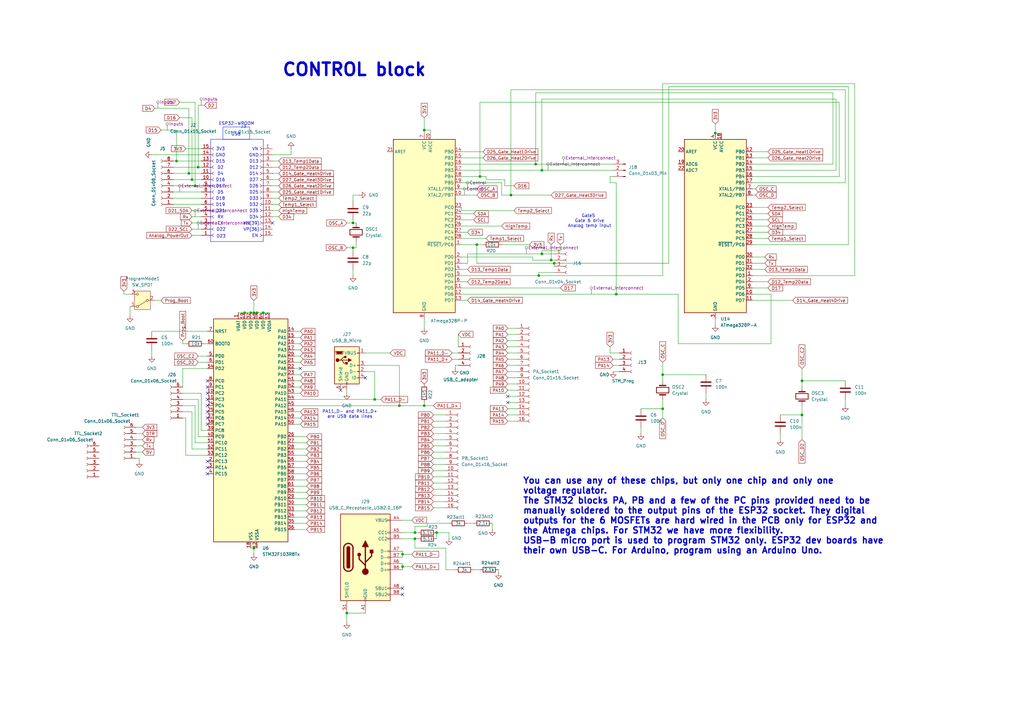
<source format=kicad_sch>
(kicad_sch (version 20250114) (generator "eeschema") (generator_version "9.0")
  (paper "A3")
  (rectangle (start 86.36 57.15) (end 107.95 99.06))
  (rectangle (start 91.44 52.07) (end 102.362 57.15))
  (text "CONTROL block" (at 145.288 28.702 0) (effects (font (size 5.08 5.08) (thickness 1.016) (bold yes))))
  (text "D17" (at 90.424 76.454 0) (effects (font (size 1.27 1.27))))
  (text "D21" (at 90.424 86.614 0) (effects (font (size 1.27 1.27))))
  (text "D25" (at 104.14 78.994 0) (effects (font (size 1.27 1.27))))
  (text "D26" (at 104.14 76.454 0) (effects (font (size 1.27 1.27))))
  (text "EN" (at 104.648 96.774 0) (effects (font (size 1.27 1.27))))
  (text "D22" (at 90.678 94.234 0) (effects (font (size 1.27 1.27))))
  (text "You can use any of these chips, but only one chip and only one\nvoltage regulator.\nThe STM32 blocks PA, PB and a few of the PC pins provided need to be\nmanually soldered to the output pins of the ESP32 socket. They digital\noutputs for the 6 MOSFETs are hard wired in the PCB only for ESP32 and\nthe Atmega chips. For STM32 we have more flexibility.\nUSB-B micro port is used to program STM32 only. ESP32 dev boards have\ntheir own USB-C. For Arduino, program using an Arduino Uno." (at 214.376 211.582 0) (effects (font (size 2.54 2.54) (thickness 0.508) (bold yes)) (justify left)))
  (text "D19" (at 90.424 84.074 0) (effects (font (size 1.27 1.27))))
  (text "GND" (at 104.14 63.754 0) (effects (font (size 1.27 1.27))))
  (text "VP(36)" (at 103.124 94.234 0) (effects (font (size 1.27 1.27))))
  (text "VN" (at 104.648 61.214 0) (effects (font (size 1.27 1.27))))
  (text "D32" (at 104.14 84.074 0) (effects (font (size 1.27 1.27))))
  (text "D35" (at 104.14 86.614 0) (effects (font (size 1.27 1.27))))
  (text "ESP32-WROOM" (at 97.028 50.8 0) (effects (font (size 1.27 1.27))))
  (text "D2" (at 90.424 68.834 0) (effects (font (size 1.27 1.27))))
  (text "TX" (at 90.424 91.694 0) (effects (font (size 1.27 1.27))))
  (text "D14" (at 104.14 71.374 0) (effects (font (size 1.27 1.27))))
  (text "GND" (at 90.424 63.754 0) (effects (font (size 1.27 1.27))))
  (text "PA11_D- and PA11_D+\nare USB data lines" (at 143.51 169.926 0) (effects (font (size 1.27 1.27))))
  (text "D16" (at 90.424 73.914 0) (effects (font (size 1.27 1.27))))
  (text "3V3" (at 90.424 61.214 0) (effects (font (size 1.27 1.27))))
  (text "D15" (at 90.424 66.294 0) (effects (font (size 1.27 1.27))))
  (text "USB" (at 96.774 55.118 0) (effects (font (size 1.27 1.27))))
  (text "VN(39)" (at 103.124 91.694 0) (effects (font (size 1.27 1.27))))
  (text "D5" (at 90.424 78.994 0) (effects (font (size 1.27 1.27))))
  (text "D18" (at 90.424 81.534 0) (effects (font (size 1.27 1.27))))
  (text "D12" (at 104.14 68.834 0) (effects (font (size 1.27 1.27))))
  (text "Gate5 \nGate 6 drive\nAnalog temp input" (at 241.808 90.678 0) (effects (font (size 1.27 1.27))))
  (text "D27" (at 104.14 73.914 0) (effects (font (size 1.27 1.27))))
  (text "RX" (at 90.424 89.154 0) (effects (font (size 1.27 1.27))))
  (text "D4" (at 90.424 71.374 0) (effects (font (size 1.27 1.27))))
  (text "D23" (at 90.678 97.028 0) (effects (font (size 1.27 1.27))))
  (text "D33" (at 104.14 81.534 0) (effects (font (size 1.27 1.27))))
  (text "D13" (at 104.14 66.294 0) (effects (font (size 1.27 1.27))))
  (text "D34" (at 104.14 89.154 0) (effects (font (size 1.27 1.27))))
  (junction (at 293.37 54.61))
  (junction (at 104.14 128.27))
  (junction (at 209.55 80.01))
  (junction (at 144.78 91.44))
  (junction (at 173.99 166.37))
  (junction (at 165.1 232.41))
  (junction (at 271.78 153.67))
  (junction (at 163.83 166.37))
  (junction (at 144.78 101.6))
  (junction (at 105.41 128.27))
  (junction (at 222.25 69.85))
  (junction (at 107.95 128.27))
  (junction (at 165.1 227.33))
  (junction (at 100.33 128.27))
  (junction (at 72.39 66.04))
  (junction (at 328.93 156.21))
  (junction (at 77.47 71.12))
  (junction (at 226.06 106.68))
  (junction (at 195.58 100.33))
  (junction (at 328.93 170.18))
  (junction (at 153.67 163.83))
  (junction (at 104.14 224.79))
  (junction (at 170.18 218.44))
  (junction (at 179.07 218.44))
  (junction (at 271.78 167.64))
  (junction (at 81.28 68.58))
  (junction (at 80.01 76.2))
  (junction (at 196.85 72.39))
  (junction (at 170.18 220.98))
  (junction (at 102.87 128.27))
  (junction (at 220.98 113.03))
  (junction (at 78.74 73.66))
  (junction (at 142.24 251.46))
  (junction (at 227.33 107.95))
  (junction (at 252.73 120.65))
  (junction (at 219.71 67.31))
  (junction (at 222.25 104.14))
  (junction (at 173.99 53.34))
  (no_connect (at 208.28 165.1))
  (no_connect (at 139.7 160.02))
  (no_connect (at 165.1 243.84))
  (no_connect (at 149.86 154.94))
  (no_connect (at 85.09 158.75))
  (no_connect (at 85.09 191.77))
  (no_connect (at 85.09 189.23))
  (no_connect (at 85.09 194.31))
  (no_connect (at 208.28 162.56))
  (no_connect (at 85.09 161.29))
  (no_connect (at 111.76 91.44))
  (no_connect (at 85.09 171.45))
  (no_connect (at 85.09 173.99))
  (no_connect (at 85.09 168.91))
  (no_connect (at 123.19 151.13))
  (no_connect (at 85.09 166.37))
  (no_connect (at 85.09 163.83))
  (no_connect (at 165.1 241.3))
  (no_connect (at 85.09 156.21))
  (wire (pts (xy 195.58 107.95) (xy 195.58 100.33)))
  (wire (pts (xy 209.55 80.01) (xy 226.06 80.01)))
  (wire (pts (xy 308.61 107.95) (xy 313.69 107.95)))
  (wire (pts (xy 347.98 100.33) (xy 308.61 100.33)))
  (wire (pts (xy 80.01 41.91) (xy 80.01 76.2)))
  (wire (pts (xy 220.98 111.76) (xy 227.33 111.76)))
  (wire (pts (xy 308.61 95.25) (xy 314.96 95.25)))
  (wire (pts (xy 212.09 162.56) (xy 208.28 162.56)))
  (wire (pts (xy 189.23 120.65) (xy 252.73 120.65)))
  (wire (pts (xy 142.24 160.02) (xy 142.24 161.29)))
  (wire (pts (xy 274.32 35.56) (xy 347.98 35.56)))
  (wire (pts (xy 271.78 163.83) (xy 271.78 167.64)))
  (wire (pts (xy 104.14 224.79) (xy 104.14 227.33)))
  (wire (pts (xy 308.61 105.41) (xy 313.69 105.41)))
  (wire (pts (xy 120.65 163.83) (xy 153.67 163.83)))
  (wire (pts (xy 222.25 40.64) (xy 342.9 40.64)))
  (wire (pts (xy 189.23 95.25) (xy 191.77 95.25)))
  (wire (pts (xy 209.55 36.83) (xy 346.71 36.83)))
  (wire (pts (xy 111.76 68.58) (xy 114.3 68.58)))
  (wire (pts (xy 81.28 43.18) (xy 81.28 68.58)))
  (wire (pts (xy 62.23 135.89) (xy 85.09 135.89)))
  (wire (pts (xy 177.8 172.72) (xy 182.88 172.72)))
  (wire (pts (xy 189.23 86.36) (xy 210.82 86.36)))
  (wire (pts (xy 222.25 69.85) (xy 222.25 40.64)))
  (wire (pts (xy 177.8 193.04) (xy 182.88 193.04)))
  (wire (pts (xy 78.74 48.26) (xy 78.74 73.66)))
  (wire (pts (xy 210.82 76.2) (xy 207.01 76.2)))
  (wire (pts (xy 274.32 107.95) (xy 274.32 35.56)))
  (wire (pts (xy 252.73 74.93) (xy 250.19 74.93)))
  (wire (pts (xy 63.5 123.19) (xy 66.04 123.19)))
  (wire (pts (xy 189.23 64.77) (xy 198.12 64.77)))
  (wire (pts (xy 251.46 152.4) (xy 254 152.4)))
  (wire (pts (xy 308.61 64.77) (xy 314.96 64.77)))
  (wire (pts (xy 119.38 63.5) (xy 111.76 63.5)))
  (wire (pts (xy 71.12 71.12) (xy 77.47 71.12)))
  (wire (pts (xy 346.71 74.93) (xy 308.61 74.93)))
  (wire (pts (xy 97.79 128.27) (xy 100.33 128.27)))
  (wire (pts (xy 125.73 214.63) (xy 120.65 214.63)))
  (wire (pts (xy 271.78 34.29) (xy 350.52 34.29)))
  (wire (pts (xy 177.8 185.42) (xy 182.88 185.42)))
  (wire (pts (xy 100.33 128.27) (xy 102.87 128.27)))
  (wire (pts (xy 176.53 53.34) (xy 173.99 53.34)))
  (wire (pts (xy 78.74 73.66) (xy 82.55 73.66)))
  (wire (pts (xy 195.58 100.33) (xy 198.12 100.33)))
  (wire (pts (xy 212.09 165.1) (xy 208.28 165.1)))
  (wire (pts (xy 149.86 144.78) (xy 160.02 144.78)))
  (wire (pts (xy 308.61 92.71) (xy 314.96 92.71)))
  (wire (pts (xy 111.76 66.04) (xy 114.3 66.04)))
  (wire (pts (xy 250.19 74.93) (xy 250.19 72.39)))
  (wire (pts (xy 308.61 115.57) (xy 314.96 115.57)))
  (wire (pts (xy 189.23 115.57) (xy 191.77 115.57)))
  (wire (pts (xy 85.09 181.61) (xy 80.01 181.61)))
  (wire (pts (xy 347.98 35.56) (xy 347.98 100.33)))
  (wire (pts (xy 308.61 123.19) (xy 325.12 123.19)))
  (wire (pts (xy 308.61 67.31) (xy 341.63 67.31)))
  (wire (pts (xy 222.25 104.14) (xy 227.33 104.14)))
  (wire (pts (xy 201.93 214.63) (xy 201.93 217.17)))
  (wire (pts (xy 177.8 203.2) (xy 182.88 203.2)))
  (wire (pts (xy 81.28 163.83) (xy 74.93 163.83)))
  (wire (pts (xy 144.78 80.01) (xy 144.78 82.55)))
  (wire (pts (xy 177.8 180.34) (xy 182.88 180.34)))
  (wire (pts (xy 149.86 152.4) (xy 153.67 152.4)))
  (wire (pts (xy 71.12 66.04) (xy 72.39 66.04)))
  (wire (pts (xy 78.74 93.98) (xy 82.55 93.98)))
  (wire (pts (xy 50.8 119.38) (xy 50.8 120.65)))
  (wire (pts (xy 308.61 77.47) (xy 309.88 77.47)))
  (wire (pts (xy 184.15 220.98) (xy 184.15 218.44)))
  (wire (pts (xy 173.99 48.26) (xy 173.99 53.34)))
  (wire (pts (xy 125.73 191.77) (xy 120.65 191.77)))
  (wire (pts (xy 252.73 120.65) (xy 278.13 120.65)))
  (wire (pts (xy 219.71 38.1) (xy 219.71 67.31)))
  (wire (pts (xy 144.78 110.49) (xy 144.78 113.03)))
  (wire (pts (xy 189.23 113.03) (xy 220.98 113.03)))
  (wire (pts (xy 189.23 67.31) (xy 219.71 67.31)))
  (wire (pts (xy 222.25 69.85) (xy 251.46 69.85)))
  (wire (pts (xy 177.8 177.8) (xy 182.88 177.8)))
  (wire (pts (xy 344.17 41.91) (xy 344.17 72.39)))
  (wire (pts (xy 182.88 233.68) (xy 182.88 224.79)))
  (wire (pts (xy 120.65 143.51) (xy 123.19 143.51)))
  (wire (pts (xy 176.53 54.61) (xy 176.53 53.34)))
  (wire (pts (xy 177.8 205.74) (xy 182.88 205.74)))
  (wire (pts (xy 185.42 144.78) (xy 187.96 144.78)))
  (wire (pts (xy 125.73 184.15) (xy 120.65 184.15)))
  (wire (pts (xy 191.77 104.14) (xy 222.25 104.14)))
  (wire (pts (xy 76.2 171.45) (xy 74.93 171.45)))
  (wire (pts (xy 85.09 176.53) (xy 82.55 176.53)))
  (wire (pts (xy 184.15 214.63) (xy 175.26 214.63)))
  (wire (pts (xy 189.23 72.39) (xy 196.85 72.39)))
  (wire (pts (xy 63.5 44.45) (xy 77.47 44.45)))
  (wire (pts (xy 77.47 44.45) (xy 77.47 71.12)))
  (wire (pts (xy 111.76 78.74) (xy 114.3 78.74)))
  (wire (pts (xy 76.2 60.96) (xy 82.55 60.96)))
  (wire (pts (xy 57.15 189.23) (xy 57.15 187.96)))
  (wire (pts (xy 120.65 153.67) (xy 123.19 153.67)))
  (wire (pts (xy 342.9 40.64) (xy 342.9 69.85)))
  (wire (pts (xy 250.19 144.78) (xy 254 144.78)))
  (wire (pts (xy 66.04 53.34) (xy 72.39 53.34)))
  (wire (pts (xy 250.19 142.24) (xy 250.19 144.78)))
  (wire (pts (xy 289.56 161.29) (xy 289.56 163.83)))
  (wire (pts (xy 316.23 120.65) (xy 308.61 120.65)))
  (wire (pts (xy 105.41 128.27) (xy 107.95 128.27)))
  (wire (pts (xy 80.01 76.2) (xy 82.55 76.2)))
  (wire (pts (xy 227.33 107.95) (xy 274.32 107.95)))
  (wire (pts (xy 125.73 207.01) (xy 120.65 207.01)))
  (wire (pts (xy 308.61 87.63) (xy 314.96 87.63)))
  (wire (pts (xy 170.18 218.44) (xy 171.45 218.44)))
  (wire (pts (xy 78.74 96.52) (xy 82.55 96.52)))
  (wire (pts (xy 72.39 66.04) (xy 82.55 66.04)))
  (wire (pts (xy 125.73 189.23) (xy 120.65 189.23)))
  (wire (pts (xy 182.88 224.79) (xy 170.18 224.79)))
  (wire (pts (xy 125.73 212.09) (xy 120.65 212.09)))
  (wire (pts (xy 81.28 148.59) (xy 85.09 148.59)))
  (wire (pts (xy 55.88 182.88) (xy 58.42 182.88)))
  (wire (pts (xy 170.18 220.98) (xy 171.45 220.98)))
  (wire (pts (xy 83.82 43.18) (xy 81.28 43.18)))
  (wire (pts (xy 212.09 142.24) (xy 208.28 142.24)))
  (wire (pts (xy 71.12 78.74) (xy 82.55 78.74)))
  (wire (pts (xy 83.82 140.97) (xy 85.09 140.97)))
  (wire (pts (xy 189.23 87.63) (xy 194.31 87.63)))
  (wire (pts (xy 342.9 69.85) (xy 308.61 69.85)))
  (wire (pts (xy 144.78 91.44) (xy 146.05 91.44)))
  (wire (pts (xy 212.09 149.86) (xy 208.28 149.86)))
  (wire (pts (xy 308.61 62.23) (xy 314.96 62.23)))
  (wire (pts (xy 107.95 128.27) (xy 110.49 128.27)))
  (wire (pts (xy 146.05 101.6) (xy 146.05 99.06)))
  (wire (pts (xy 278.13 120.65) (xy 278.13 140.97)))
  (wire (pts (xy 55.88 177.8) (xy 58.42 177.8)))
  (wire (pts (xy 173.99 165.1) (xy 173.99 166.37)))
  (wire (pts (xy 328.93 151.13) (xy 328.93 156.21)))
  (wire (pts (xy 341.63 67.31) (xy 341.63 38.1)))
  (wire (pts (xy 212.09 154.94) (xy 208.28 154.94)))
  (wire (pts (xy 328.93 166.37) (xy 328.93 170.18)))
  (wire (pts (xy 55.88 175.26) (xy 58.42 175.26)))
  (wire (pts (xy 111.76 76.2) (xy 114.3 76.2)))
  (wire (pts (xy 120.65 161.29) (xy 123.19 161.29)))
  (wire (pts (xy 163.83 166.37) (xy 173.99 166.37)))
  (wire (pts (xy 120.65 148.59) (xy 123.19 148.59)))
  (wire (pts (xy 120.65 166.37) (xy 163.83 166.37)))
  (wire (pts (xy 153.67 152.4) (xy 153.67 163.83)))
  (wire (pts (xy 81.28 68.58) (xy 82.55 68.58)))
  (wire (pts (xy 173.99 130.81) (xy 173.99 134.62)))
  (wire (pts (xy 293.37 54.61) (xy 295.91 54.61)))
  (wire (pts (xy 328.93 156.21) (xy 328.93 158.75)))
  (wire (pts (xy 82.55 161.29) (xy 74.93 161.29)))
  (wire (pts (xy 346.71 36.83) (xy 346.71 74.93)))
  (wire (pts (xy 125.73 217.17) (xy 120.65 217.17)))
  (wire (pts (xy 120.65 140.97) (xy 123.19 140.97)))
  (wire (pts (xy 125.73 186.69) (xy 120.65 186.69)))
  (wire (pts (xy 328.93 170.18) (xy 328.93 180.34)))
  (wire (pts (xy 222.25 102.87) (xy 222.25 104.14)))
  (wire (pts (xy 125.73 196.85) (xy 120.65 196.85)))
  (wire (pts (xy 308.61 97.79) (xy 314.96 97.79)))
  (wire (pts (xy 250.19 72.39) (xy 251.46 72.39)))
  (wire (pts (xy 308.61 90.17) (xy 314.96 90.17)))
  (wire (pts (xy 74.93 140.97) (xy 76.2 140.97)))
  (wire (pts (xy 189.23 69.85) (xy 222.25 69.85)))
  (wire (pts (xy 191.77 104.14) (xy 191.77 107.95)))
  (wire (pts (xy 82.55 176.53) (xy 82.55 161.29)))
  (wire (pts (xy 262.89 175.26) (xy 262.89 177.8)))
  (wire (pts (xy 111.76 81.28) (xy 114.3 81.28)))
  (wire (pts (xy 229.87 102.87) (xy 222.25 102.87)))
  (wire (pts (xy 74.93 151.13) (xy 74.93 158.75)))
  (wire (pts (xy 142.24 101.6) (xy 144.78 101.6)))
  (wire (pts (xy 77.47 71.12) (xy 82.55 71.12)))
  (wire (pts (xy 207.01 76.2) (xy 207.01 73.66)))
  (wire (pts (xy 50.8 120.65) (xy 53.34 120.65)))
  (wire (pts (xy 341.63 38.1) (xy 219.71 38.1)))
  (wire (pts (xy 173.99 166.37) (xy 177.8 166.37)))
  (wire (pts (xy 189.23 92.71) (xy 205.74 92.71)))
  (wire (pts (xy 81.28 179.07) (xy 81.28 163.83)))
  (wire (pts (xy 175.26 215.9) (xy 170.18 215.9)))
  (wire (pts (xy 189.23 90.17) (xy 194.31 90.17)))
  (wire (pts (xy 120.65 138.43) (xy 123.19 138.43)))
  (wire (pts (xy 194.31 233.68) (xy 196.85 233.68)))
  (wire (pts (xy 120.65 135.89) (xy 123.19 135.89)))
  (wire (pts (xy 212.09 147.32) (xy 208.28 147.32)))
  (wire (pts (xy 165.1 226.06) (xy 165.1 227.33)))
  (wire (pts (xy 62.23 143.51) (xy 62.23 146.05)))
  (wire (pts (xy 271.78 153.67) (xy 271.78 156.21)))
  (wire (pts (xy 185.42 147.32) (xy 187.96 147.32)))
  (wire (pts (xy 179.07 218.44) (xy 179.07 220.98)))
  (wire (pts (xy 195.58 107.95) (xy 227.33 107.95)))
  (wire (pts (xy 308.61 80.01) (xy 309.88 80.01)))
  (wire (pts (xy 251.46 147.32) (xy 254 147.32)))
  (wire (pts (xy 78.74 86.36) (xy 82.55 86.36)))
  (wire (pts (xy 177.8 170.18) (xy 182.88 170.18)))
  (wire (pts (xy 71.12 68.58) (xy 81.28 68.58)))
  (wire (pts (xy 165.1 232.41) (xy 165.1 233.68)))
  (wire (pts (xy 177.8 200.66) (xy 182.88 200.66)))
  (wire (pts (xy 57.15 187.96) (xy 55.88 187.96)))
  (wire (pts (xy 227.33 107.95) (xy 227.33 109.22)))
  (wire (pts (xy 147.32 80.01) (xy 144.78 80.01)))
  (wire (pts (xy 177.8 190.5) (xy 182.88 190.5)))
  (wire (pts (xy 71.12 83.82) (xy 82.55 83.82)))
  (wire (pts (xy 125.73 201.93) (xy 120.65 201.93)))
  (wire (pts (xy 125.73 204.47) (xy 120.65 204.47)))
  (wire (pts (xy 170.18 224.79) (xy 170.18 220.98)))
  (wire (pts (xy 186.69 233.68) (xy 182.88 233.68)))
  (wire (pts (xy 111.76 71.12) (xy 114.3 71.12)))
  (wire (pts (xy 120.65 156.21) (xy 123.19 156.21)))
  (wire (pts (xy 189.23 105.41) (xy 218.44 105.41)))
  (wire (pts (xy 153.67 163.83) (xy 156.21 163.83)))
  (wire (pts (xy 76.2 186.69) (xy 76.2 171.45)))
  (wire (pts (xy 177.8 195.58) (xy 182.88 195.58)))
  (wire (pts (xy 251.46 149.86) (xy 254 149.86)))
  (wire (pts (xy 271.78 113.03) (xy 271.78 34.29)))
  (wire (pts (xy 177.8 182.88) (xy 182.88 182.88)))
  (wire (pts (xy 212.09 157.48) (xy 208.28 157.48)))
  (wire (pts (xy 208.28 172.72) (xy 212.09 172.72)))
  (wire (pts (xy 144.78 101.6) (xy 146.05 101.6)))
  (wire (pts (xy 350.52 113.03) (xy 308.61 113.03)))
  (wire (pts (xy 177.8 198.12) (xy 182.88 198.12)))
  (wire (pts (xy 189.23 77.47) (xy 195.58 77.47)))
  (wire (pts (xy 78.74 168.91) (xy 74.93 168.91)))
  (wire (pts (xy 125.73 194.31) (xy 120.65 194.31)))
  (wire (pts (xy 71.12 81.28) (xy 82.55 81.28)))
  (wire (pts (xy 271.78 167.64) (xy 271.78 171.45)))
  (wire (pts (xy 165.1 232.41) (xy 168.91 232.41)))
  (wire (pts (xy 163.83 149.86) (xy 163.83 166.37)))
  (wire (pts (xy 111.76 73.66) (xy 114.3 73.66)))
  (wire (pts (xy 189.23 110.49) (xy 191.77 110.49)))
  (wire (pts (xy 177.8 175.26) (xy 182.88 175.26)))
  (wire (pts (xy 102.87 224.79) (xy 104.14 224.79)))
  (wire (pts (xy 85.09 186.69) (xy 76.2 186.69)))
  (wire (pts (xy 186.69 149.86) (xy 186.69 151.13)))
  (wire (pts (xy 120.65 171.45) (xy 123.19 171.45)))
  (wire (pts (xy 120.65 168.91) (xy 123.19 168.91)))
  (wire (pts (xy 350.52 34.29) (xy 350.52 113.03)))
  (wire (pts (xy 71.12 76.2) (xy 80.01 76.2)))
  (wire (pts (xy 196.85 41.91) (xy 196.85 72.39)))
  (wire (pts (xy 111.76 83.82) (xy 114.3 83.82)))
  (wire (pts (xy 165.1 218.44) (xy 170.18 218.44)))
  (wire (pts (xy 226.06 106.68) (xy 227.33 106.68)))
  (wire (pts (xy 271.78 153.67) (xy 289.56 153.67)))
  (wire (pts (xy 205.74 100.33) (xy 217.17 100.33)))
  (wire (pts (xy 73.66 41.91) (xy 80.01 41.91)))
  (wire (pts (xy 252.73 120.65) (xy 252.73 74.93)))
  (wire (pts (xy 165.1 220.98) (xy 170.18 220.98)))
  (wire (pts (xy 187.96 149.86) (xy 186.69 149.86)))
  (wire (pts (xy 308.61 118.11) (xy 314.96 118.11)))
  (wire (pts (xy 119.38 60.96) (xy 119.38 63.5)))
  (wire (pts (xy 142.24 91.44) (xy 144.78 91.44)))
  (wire (pts (xy 175.26 214.63) (xy 175.26 215.9)))
  (wire (pts (xy 308.61 110.49) (xy 313.69 110.49)))
  (wire (pts (xy 189.23 86.36) (xy 189.23 85.09)))
  (wire (pts (xy 205.74 74.93) (xy 189.23 74.93)))
  (wire (pts (xy 85.09 151.13) (xy 74.93 151.13)))
  (wire (pts (xy 80.01 181.61) (xy 80.01 166.37)))
  (wire (pts (xy 111.76 86.36) (xy 114.3 86.36)))
  (wire (pts (xy 316.23 140.97) (xy 316.23 120.65)))
  (wire (pts (xy 189.23 80.01) (xy 195.58 80.01)))
  (wire (pts (xy 165.1 213.36) (xy 168.91 213.36)))
  (wire (pts (xy 328.93 156.21) (xy 346.71 156.21)))
  (wire (pts (xy 209.55 80.01) (xy 209.55 36.83)))
  (wire (pts (xy 85.09 184.15) (xy 78.74 184.15)))
  (wire (pts (xy 212.09 160.02) (xy 208.28 160.02)))
  (wire (pts (xy 278.13 140.97) (xy 316.23 140.97)))
  (wire (pts (xy 78.74 91.44) (xy 82.55 91.44)))
  (wire (pts (xy 73.66 48.26) (xy 78.74 48.26)))
  (wire (pts (xy 320.04 177.8) (xy 320.04 180.34)))
  (wire (pts (xy 346.71 163.83) (xy 346.71 166.37)))
  (wire (pts (xy 125.73 199.39) (xy 120.65 199.39)))
  (wire (pts (xy 212.09 152.4) (xy 208.28 152.4)))
  (wire (pts (xy 144.78 101.6) (xy 144.78 102.87)))
  (wire (pts (xy 271.78 148.59) (xy 271.78 153.67)))
  (wire (pts (xy 53.34 125.73) (xy 53.34 129.54)))
  (wire (pts (xy 177.8 208.28) (xy 182.88 208.28)))
  (wire (pts (xy 144.78 90.17) (xy 144.78 91.44)))
  (wire (pts (xy 81.28 146.05) (xy 85.09 146.05)))
  (wire (pts (xy 62.23 63.5) (xy 82.55 63.5)))
  (wire (pts (xy 220.98 113.03) (xy 271.78 113.03)))
  (wire (pts (xy 199.39 73.66) (xy 199.39 72.39)))
  (wire (pts (xy 55.88 185.42) (xy 58.42 185.42)))
  (wire (pts (xy 78.74 184.15) (xy 78.74 168.91)))
  (wire (pts (xy 72.39 53.34) (xy 72.39 66.04)))
  (wire (pts (xy 120.65 151.13) (xy 123.19 151.13)))
  (wire (pts (xy 218.44 106.68) (xy 226.06 106.68)))
  (wire (pts (xy 104.14 224.79) (xy 105.41 224.79)))
  (wire (pts (xy 219.71 67.31) (xy 251.46 67.31)))
  (wire (pts (xy 187.96 137.16) (xy 187.96 142.24)))
  (wire (pts (xy 142.24 251.46) (xy 149.86 251.46)))
  (wire (pts (xy 177.8 187.96) (xy 182.88 187.96)))
  (wire (pts (xy 104.14 128.27) (xy 105.41 128.27)))
  (wire (pts (xy 142.24 251.46) (xy 142.24 255.27)))
  (wire (pts (xy 212.09 139.7) (xy 208.28 139.7)))
  (wire (pts (xy 262.89 167.64) (xy 271.78 167.64)))
  (wire (pts (xy 205.74 80.01) (xy 205.74 74.93)))
  (wire (pts (xy 165.1 231.14) (xy 165.1 232.41)))
  (wire (pts (xy 229.87 100.33) (xy 229.87 102.87)))
  (wire (pts (xy 120.65 158.75) (xy 123.19 158.75)))
  (wire (pts (xy 212.09 144.78) (xy 208.28 144.78)))
  (wire (pts (xy 111.76 88.9) (xy 114.3 88.9)))
  (wire (pts (xy 205.74 80.01) (xy 209.55 80.01)))
  (wire (pts (xy 165.1 227.33) (xy 168.91 227.33)))
  (wire (pts (xy 189.23 107.95) (xy 191.77 107.95)))
  (wire (pts (xy 208.28 170.18) (xy 212.09 170.18)))
  (wire (pts (xy 184.15 218.44) (xy 179.07 218.44)))
  (wire (pts (xy 71.12 73.66) (xy 78.74 73.66)))
  (wire (pts (xy 125.73 181.61) (xy 120.65 181.61)))
  (wire (pts (xy 212.09 134.62) (xy 208.28 134.62)))
  (wire (pts (xy 293.37 130.81) (xy 293.37 133.35)))
  (wire (pts (xy 165.1 227.33) (xy 165.1 228.6)))
  (wire (pts (xy 189.23 100.33) (xy 195.58 100.33)))
  (wire (pts (xy 80.01 166.37) (xy 74.93 166.37)))
  (wire (pts (xy 120.65 173.99) (xy 123.19 173.99)))
  (wire (pts (xy 74.93 139.7) (xy 74.93 140.97)))
  (wire (pts (xy 320.04 170.18) (xy 328.93 170.18)))
  (wire (pts (xy 293.37 50.8) (xy 293.37 54.61)))
  (wire (pts (xy 226.06 100.33) (xy 226.06 106.68)))
  (wire (pts (xy 78.74 88.9) (xy 82.55 88.9)))
  (wire (pts (xy 170.18 215.9) (xy 170.18 218.44)))
  (wire (pts (xy 149.86 149.86) (xy 163.83 149.86)))
  (wire (pts (xy 189.23 97.79) (xy 199.39 97.79)))
  (wire (pts (xy 189.23 62.23) (xy 198.12 62.23)))
  (wire (pts (xy 212.09 137.16) (xy 208.28 137.16)))
  (wire (pts (xy 218.44 106.68) (xy 218.44 105.41)))
  (wire (pts (xy 308.61 72.39) (xy 344.17 72.39)))
  (wire (pts (xy 344.17 41.91) (xy 196.85 41.91)))
  (wire (pts (xy 173.99 53.34) (xy 173.99 54.61)))
  (wire (pts (xy 85.09 179.07) (xy 81.28 179.07)))
  (wire (pts (xy 220.98 113.03) (xy 220.98 111.76)))
  (wire (pts (xy 125.73 209.55) (xy 120.65 209.55)))
  (wire (pts (xy 196.85 72.39) (xy 199.39 72.39)))
  (wire (pts (xy 120.65 146.05) (xy 123.19 146.05)))
  (wire (pts (xy 208.28 167.64) (xy 212.09 167.64)))
  (wire (pts (xy 189.23 118.11) (xy 229.87 118.11)))
  (wire (pts (xy 204.47 233.68) (xy 204.47 234.95)))
  (wire (pts (xy 191.77 214.63) (xy 194.31 214.63)))
  (wire (pts (xy 207.01 73.66) (xy 199.39 73.66)))
  (wire (pts (xy 189.23 123.19) (xy 191.77 123.19)))
  (wire (pts (xy 102.87 128.27) (xy 104.14 128.27)))
  (wire (pts (xy 308.61 85.09) (xy 314.96 85.09)))
  (wire (pts (xy 125.73 179.07) (xy 120.65 179.07)))
  (wire (pts (xy 55.88 180.34) (xy 58.42 180.34)))
  (wire (pts (xy 104.14 123.19) (xy 104.14 128.27)))
  (global_label "Tx" (shape input) (at 313.69 107.95 0) (property "Intersheetrefs" "${INTERSHEET_REFS}" (effects (hide yes))))
  (global_label "PA0" (shape input) (at 208.28 134.62 180) (property "Intersheetrefs" "${INTERSHEET_REFS}" (effects (hide yes))))
  (global_label "PA11_D-" (shape input) (at 168.91 227.33 0) (property "Intersheetrefs" "${INTERSHEET_REFS}" (effects (hide yes))))
  (global_label "OSC_B" (shape input) (at 195.58 80.01 0) (property "Intersheetrefs" "${INTERSHEET_REFS}" (effects (hide yes))))
  (global_label "D4" (shape input) (at 63.5 44.45 180) (effects (font (thickness 0.1588))) (property "Intersheetrefs" "${INTERSHEET_REFS}" (effects (hide yes))))
  (global_label "PA7" (shape input) (at 208.28 152.4 180) (property "Intersheetrefs" "${INTERSHEET_REFS}" (effects (hide yes))))
  (global_label "PA7" (shape input) (at 123.19 153.67 0) (property "Intersheetrefs" "${INTERSHEET_REFS}" (effects (hide yes))))
  (global_label "PB8" (shape input) (at 177.8 190.5 180) (property "Intersheetrefs" "${INTERSHEET_REFS}" (effects (hide yes))))
  (global_label "PA14" (shape input) (at 251.46 149.86 180) (property "Intersheetrefs" "${INTERSHEET_REFS}" (effects (hide yes))))
  (global_label "OSC_C2" (shape input) (at 328.93 151.13 90) (property "Intersheetrefs" "${INTERSHEET_REFS}" (effects (hide yes))))
  (global_label "PB0" (shape input) (at 125.73 179.07 0) (property "Intersheetrefs" "${INTERSHEET_REFS}" (effects (hide yes))))
  (global_label "PB4" (shape input) (at 125.73 189.23 0) (property "Intersheetrefs" "${INTERSHEET_REFS}" (effects (hide yes))))
  (global_label "OSC_B" (shape input) (at 142.24 101.6 180) (property "Intersheetrefs" "${INTERSHEET_REFS}" (effects (hide yes))))
  (global_label "D12_Temp2Data" (shape input) (at 314.96 115.57 0) (property "Intersheetrefs" "${INTERSHEET_REFS}" (effects (hide yes))))
  (global_label "HighTemp" (shape input) (at 114.3 86.36 0) (property "Intersheetrefs" "${INTERSHEET_REFS}" (effects (hide yes))))
  (global_label "PA9" (shape input) (at 208.28 157.48 180) (property "Intersheetrefs" "${INTERSHEET_REFS}" (effects (hide yes))))
  (global_label "PA1" (shape input) (at 123.19 138.43 0) (property "Intersheetrefs" "${INTERSHEET_REFS}" (effects (hide yes))))
  (global_label "D16" (shape input) (at 210.82 76.2 0) (effects (font (thickness 0.1588))) (property "Intersheetrefs" "${INTERSHEET_REFS}" (effects (hide yes))))
  (global_label "PB3" (shape input) (at 125.73 186.69 0) (property "Intersheetrefs" "${INTERSHEET_REFS}" (effects (hide yes))))
  (global_label "D13_Temp1Data" (shape input) (at 313.69 110.49 0) (property "Intersheetrefs" "${INTERSHEET_REFS}" (effects (hide yes))))
  (global_label "OSC_D2" (shape input) (at 81.28 148.59 180) (property "Intersheetrefs" "${INTERSHEET_REFS}" (effects (hide yes))))
  (global_label "PA5" (shape input) (at 208.28 147.32 180) (property "Intersheetrefs" "${INTERSHEET_REFS}" (effects (hide yes))))
  (global_label "PB2" (shape input) (at 125.73 184.15 0) (property "Intersheetrefs" "${INTERSHEET_REFS}" (effects (hide yes))))
  (global_label "Temp2_Select" (shape input) (at 210.82 86.36 0) (property "Intersheetrefs" "${INTERSHEET_REFS}" (effects (hide yes))))
  (global_label "PB14" (shape input) (at 125.73 214.63 0) (property "Intersheetrefs" "${INTERSHEET_REFS}" (effects (hide yes))))
  (global_label "Prog_Boot" (shape input) (at 66.04 123.19 0) (property "Intersheetrefs" "${INTERSHEET_REFS}" (effects (hide yes))))
  (global_label "PB11" (shape input) (at 177.8 198.12 180) (property "Intersheetrefs" "${INTERSHEET_REFS}" (effects (hide yes))))
  (global_label "PB8" (shape input) (at 125.73 199.39 0) (property "Intersheetrefs" "${INTERSHEET_REFS}" (effects (hide yes))))
  (global_label "PB13" (shape input) (at 177.8 203.2 180) (property "Intersheetrefs" "${INTERSHEET_REFS}" (effects (hide yes))))
  (global_label "D17" (shape input) (at 229.87 118.11 0) (effects (font (thickness 0.1588))) (property "Intersheetrefs" "${INTERSHEET_REFS}" (effects (hide yes))))
  (global_label "D25_Gate_Heat1Drive" (shape input) (at 114.3 78.74 0) (effects (font (thickness 0.1588))) (property "Intersheetrefs" "${INTERSHEET_REFS}" (effects (hide yes))))
  (global_label "PB12" (shape input) (at 125.73 209.55 0) (property "Intersheetrefs" "${INTERSHEET_REFS}" (effects (hide yes))))
  (global_label "PA14" (shape input) (at 123.19 171.45 0) (property "Intersheetrefs" "${INTERSHEET_REFS}" (effects (hide yes))))
  (global_label "Prog_Boot" (shape input) (at 74.93 139.7 90) (property "Intersheetrefs" "${INTERSHEET_REFS}" (effects (hide yes))))
  (global_label "PB9" (shape input) (at 125.73 201.93 0) (property "Intersheetrefs" "${INTERSHEET_REFS}" (effects (hide yes))))
  (global_label "VDC" (shape input) (at 160.02 144.78 0) (property "Intersheetrefs" "${INTERSHEET_REFS}" (effects (hide yes))))
  (global_label "HighTemp" (shape input) (at 205.74 92.71 0) (property "Intersheetrefs" "${INTERSHEET_REFS}" (effects (hide yes))))
  (global_label "D25_Gate_Heat1Drive" (shape input) (at 314.96 62.23 0) (property "Intersheetrefs" "${INTERSHEET_REFS}" (effects (hide yes))))
  (global_label "3V3" (shape input) (at 50.8 119.38 90) (effects (font (thickness 0.1588))) (property "Intersheetrefs" "${INTERSHEET_REFS}" (effects (hide yes))))
  (global_label "D16" (shape input) (at 73.66 48.26 180) (effects (font (thickness 0.1588))) (property "Intersheetrefs" "${INTERSHEET_REFS}" (effects (hide yes))))
  (global_label "OSC_D" (shape input) (at 309.88 80.01 0) (property "Intersheetrefs" "${INTERSHEET_REFS}" (effects (hide yes))))
  (global_label "D25_Gate_Heat1Drive" (shape input) (at 198.12 62.23 0) (property "Intersheetrefs" "${INTERSHEET_REFS}" (effects (hide yes))))
  (global_label "D22_SCL" (shape input) (at 78.74 93.98 180) (property "Intersheetrefs" "${INTERSHEET_REFS}" (effects (hide yes))))
  (global_label "OSC_A" (shape input) (at 195.58 77.47 0) (property "Intersheetrefs" "${INTERSHEET_REFS}" (effects (hide yes))))
  (global_label "Rx" (shape input) (at 226.06 100.33 90) (property "Intersheetrefs" "${INTERSHEET_REFS}" (effects (hide yes))))
  (global_label "PA11_D+" (shape input) (at 168.91 232.41 0) (property "Intersheetrefs" "${INTERSHEET_REFS}" (effects (hide yes))))
  (global_label "OSC_C" (shape input) (at 309.88 77.47 0) (property "Intersheetrefs" "${INTERSHEET_REFS}" (effects (hide yes))))
  (global_label "D14_Gate_Heat4Drive" (shape input) (at 325.12 123.19 0) (effects (font (thickness 0.1588))) (property "Intersheetrefs" "${INTERSHEET_REFS}" (effects (hide yes))))
  (global_label "PB0" (shape input) (at 177.8 170.18 180) (property "Intersheetrefs" "${INTERSHEET_REFS}" (effects (hide yes))))
  (global_label "3V3" (shape input) (at 58.42 175.26 0) (property "Intersheetrefs" "${INTERSHEET_REFS}" (effects (hide yes))))
  (global_label "PB3" (shape input) (at 177.8 177.8 180) (property "Intersheetrefs" "${INTERSHEET_REFS}" (effects (hide yes))))
  (global_label "PA5" (shape input) (at 123.19 148.59 0) (property "Intersheetrefs" "${INTERSHEET_REFS}" (effects (hide yes))))
  (global_label "PA3" (shape input) (at 208.28 142.24 180) (property "Intersheetrefs" "${INTERSHEET_REFS}" (effects (hide yes))))
  (global_label "PA11_D-" (shape input) (at 156.21 163.83 0) (property "Intersheetrefs" "${INTERSHEET_REFS}" (effects (hide yes))))
  (global_label "3V3" (shape input) (at 173.99 48.26 90) (property "Intersheetrefs" "${INTERSHEET_REFS}" (effects (hide yes))))
  (global_label "3V3" (shape input) (at 173.99 157.48 90) (effects (font (thickness 0.1588))) (property "Intersheetrefs" "${INTERSHEET_REFS}" (effects (hide yes))))
  (global_label "PA6" (shape input) (at 208.28 149.86 180) (property "Intersheetrefs" "${INTERSHEET_REFS}" (effects (hide yes))))
  (global_label "3V3" (shape input) (at 250.19 142.24 90) (effects (font (thickness 0.1588))) (property "Intersheetrefs" "${INTERSHEET_REFS}" (effects (hide yes))))
  (global_label "Temp1_Select" (shape input) (at 199.39 97.79 0) (property "Intersheetrefs" "${INTERSHEET_REFS}" (effects (hide yes))))
  (global_label "D26_Gate_Heat2Drive" (shape input) (at 314.96 64.77 0) (property "Intersheetrefs" "${INTERSHEET_REFS}" (effects (hide yes))))
  (global_label "Temp1_Select" (shape input) (at 314.96 97.79 0) (property "Intersheetrefs" "${INTERSHEET_REFS}" (effects (hide yes))))
  (global_label "Rx" (shape input) (at 58.42 180.34 0) (property "Intersheetrefs" "${INTERSHEET_REFS}" (effects (hide yes))))
  (global_label "PA11_D-" (shape input) (at 185.42 144.78 180) (property "Intersheetrefs" "${INTERSHEET_REFS}" (effects (hide yes))))
  (global_label "PB14" (shape input) (at 177.8 205.74 180) (property "Intersheetrefs" "${INTERSHEET_REFS}" (effects (hide yes))))
  (global_label "SDA" (shape input) (at 194.31 87.63 0) (property "Intersheetrefs" "${INTERSHEET_REFS}" (effects (hide yes))))
  (global_label "D17" (shape input) (at 314.96 118.11 0) (effects (font (thickness 0.1588))) (property "Intersheetrefs" "${INTERSHEET_REFS}" (effects (hide yes))))
  (global_label "D14_Gate_Heat4Drive" (shape input) (at 114.3 71.12 0) (effects (font (thickness 0.1588))) (property "Intersheetrefs" "${INTERSHEET_REFS}" (effects (hide yes))))
  (global_label "OSC_D2" (shape input) (at 328.93 180.34 270) (property "Intersheetrefs" "${INTERSHEET_REFS}" (effects (hide yes))))
  (global_label "PB10" (shape input) (at 177.8 195.58 180) (property "Intersheetrefs" "${INTERSHEET_REFS}" (effects (hide yes))))
  (global_label "PB6" (shape input) (at 125.73 194.31 0) (property "Intersheetrefs" "${INTERSHEET_REFS}" (effects (hide yes))))
  (global_label "Temp2_Select" (shape input) (at 114.3 81.28 0) (property "Intersheetrefs" "${INTERSHEET_REFS}" (effects (hide yes))))
  (global_label "5V" (shape input) (at 58.42 185.42 0) (property "Intersheetrefs" "${INTERSHEET_REFS}" (effects (hide yes))))
  (global_label "PB4" (shape input) (at 177.8 180.34 180) (property "Intersheetrefs" "${INTERSHEET_REFS}" (effects (hide yes))))
  (global_label "D27_Gate_Heat3Drive" (shape input) (at 226.06 80.01 0) (property "Intersheetrefs" "${INTERSHEET_REFS}" (effects (hide yes))))
  (global_label "3V3" (shape input) (at 293.37 50.8 90) (property "Intersheetrefs" "${INTERSHEET_REFS}" (effects (hide yes))))
  (global_label "PA9" (shape input) (at 123.19 158.75 0) (property "Intersheetrefs" "${INTERSHEET_REFS}" (effects (hide yes))))
  (global_label "OSC_C" (shape input) (at 271.78 148.59 90) (property "Intersheetrefs" "${INTERSHEET_REFS}" (effects (hide yes))))
  (global_label "PA14" (shape input) (at 208.28 170.18 180) (property "Intersheetrefs" "${INTERSHEET_REFS}" (effects (hide yes))))
  (global_label "PB1" (shape input) (at 177.8 172.72 180) (property "Intersheetrefs" "${INTERSHEET_REFS}" (effects (hide yes))))
  (global_label "D2" (shape input) (at 83.82 43.18 0) (effects (font (thickness 0.1588))) (property "Intersheetrefs" "${INTERSHEET_REFS}" (effects (hide yes))))
  (global_label "PA10" (shape input) (at 123.19 161.29 0) (property "Intersheetrefs" "${INTERSHEET_REFS}" (effects (hide yes))))
  (global_label "Analog_PowerOut" (shape input) (at 78.74 96.52 180) (property "Intersheetrefs" "${INTERSHEET_REFS}" (effects (hide yes))))
  (global_label "PA3" (shape input) (at 123.19 143.51 0) (property "Intersheetrefs" "${INTERSHEET_REFS}" (effects (hide yes))))
  (global_label "Tx" (shape input) (at 229.87 100.33 90) (property "Intersheetrefs" "${INTERSHEET_REFS}" (effects (hide yes))))
  (global_label "PA2" (shape input) (at 208.28 139.7 180) (property "Intersheetrefs" "${INTERSHEET_REFS}" (effects (hide yes))))
  (global_label "D21_SDA" (shape input) (at 78.74 86.36 180) (property "Intersheetrefs" "${INTERSHEET_REFS}" (effects (hide yes))))
  (global_label "SCL" (shape input) (at 314.96 90.17 0) (property "Intersheetrefs" "${INTERSHEET_REFS}" (effects (hide yes))))
  (global_label "SDA" (shape input) (at 314.96 87.63 0) (property "Intersheetrefs" "${INTERSHEET_REFS}" (effects (hide yes))))
  (global_label "3V3" (shape input) (at 104.14 123.19 90) (effects (font (thickness 0.1588))) (property "Intersheetrefs" "${INTERSHEET_REFS}" (effects (hide yes))))
  (global_label "PA1" (shape input) (at 208.28 137.16 180) (property "Intersheetrefs" "${INTERSHEET_REFS}" (effects (hide yes))))
  (global_label "D13_Temp1Data" (shape input) (at 191.77 110.49 0) (property "Intersheetrefs" "${INTERSHEET_REFS}" (effects (hide yes))))
  (global_label "PB6" (shape input) (at 177.8 185.42 180) (property "Intersheetrefs" "${INTERSHEET_REFS}" (effects (hide yes))))
  (global_label "D13_Temp1Data" (shape input) (at 114.3 66.04 0) (property "Intersheetrefs" "${INTERSHEET_REFS}" (effects (hide yes))))
  (global_label "PB13" (shape input) (at 125.73 212.09 0) (property "Intersheetrefs" "${INTERSHEET_REFS}" (effects (hide yes))))
  (global_label "D27_Gate_Heat3Drive" (shape input) (at 114.3 73.66 0) (effects (font (thickness 0.1588))) (property "Intersheetrefs" "${INTERSHEET_REFS}" (effects (hide yes))))
  (global_label "PB2" (shape input) (at 177.8 175.26 180) (property "Intersheetrefs" "${INTERSHEET_REFS}" (effects (hide yes))))
  (global_label "Tx" (shape input) (at 78.74 91.44 180) (property "Intersheetrefs" "${INTERSHEET_REFS}" (effects (hide yes))))
  (global_label "Rx" (shape input) (at 313.69 105.41 0) (property "Intersheetrefs" "${INTERSHEET_REFS}" (effects (hide yes))))
  (global_label "PA13" (shape input) (at 208.28 167.64 180) (property "Intersheetrefs" "${INTERSHEET_REFS}" (effects (hide yes))))
  (global_label "Temp2_Select" (shape input) (at 314.96 85.09 0) (property "Intersheetrefs" "${INTERSHEET_REFS}" (effects (hide yes))))
  (global_label "PB9" (shape input) (at 177.8 193.04 180) (property "Intersheetrefs" "${INTERSHEET_REFS}" (effects (hide yes))))
  (global_label "PA8" (shape input) (at 123.19 156.21 0) (property "Intersheetrefs" "${INTERSHEET_REFS}" (effects (hide yes))))
  (global_label "PB1" (shape input) (at 125.73 181.61 0) (property "Intersheetrefs" "${INTERSHEET_REFS}" (effects (hide yes))))
  (global_label "D26_Gate_Heat2Drive" (shape input) (at 198.12 64.77 0) (property "Intersheetrefs" "${INTERSHEET_REFS}" (effects (hide yes))))
  (global_label "PB15" (shape input) (at 125.73 217.17 0) (property "Intersheetrefs" "${INTERSHEET_REFS}" (effects (hide yes))))
  (global_label "D34" (shape input) (at 314.96 95.25 0) (property "Intersheetrefs" "${INTERSHEET_REFS}" (effects (hide yes))))
  (global_label "PB12" (shape input) (at 177.8 200.66 180) (property "Intersheetrefs" "${INTERSHEET_REFS}" (effects (hide yes))))
  (global_label "PB5" (shape input) (at 177.8 182.88 180) (property "Intersheetrefs" "${INTERSHEET_REFS}" (effects (hide yes))))
  (global_label "D12_Temp2Data" (shape input) (at 191.77 115.57 0) (property "Intersheetrefs" "${INTERSHEET_REFS}" (effects (hide yes))))
  (global_label "3V3" (shape input) (at 76.2 60.96 180) (effects (font (thickness 0.1588))) (property "Intersheetrefs" "${INTERSHEET_REFS}" (effects (hide yes))))
  (global_label "HighTemp" (shape input) (at 314.96 92.71 0) (property "Intersheetrefs" "${INTERSHEET_REFS}" (effects (hide yes))))
  (global_label "PA0" (shape input) (at 123.19 135.89 0) (property "Intersheetrefs" "${INTERSHEET_REFS}" (effects (hide yes))))
  (global_label "PA4" (shape input) (at 208.28 144.78 180) (property "Intersheetrefs" "${INTERSHEET_REFS}" (effects (hide yes))))
  (global_label "PA11_D+" (shape input) (at 177.8 166.37 0) (property "Intersheetrefs" "${INTERSHEET_REFS}" (effects (hide yes))))
  (global_label "PA11_D+" (shape input) (at 185.42 147.32 180) (property "Intersheetrefs" "${INTERSHEET_REFS}" (effects (hide yes))))
  (global_label "D12_Temp2Data" (shape input) (at 114.3 68.58 0) (property "Intersheetrefs" "${INTERSHEET_REFS}" (effects (hide yes))))
  (global_label "PA13" (shape input) (at 251.46 147.32 180) (property "Intersheetrefs" "${INTERSHEET_REFS}" (effects (hide yes))))
  (global_label "DTR" (shape input) (at 58.42 177.8 0) (property "Intersheetrefs" "${INTERSHEET_REFS}" (effects (hide yes))))
  (global_label "PA13" (shape input) (at 123.19 168.91 0) (property "Intersheetrefs" "${INTERSHEET_REFS}" (effects (hide yes))))
  (global_label "PA8" (shape input) (at 208.28 154.94 180) (property "Intersheetrefs" "${INTERSHEET_REFS}" (effects (hide yes))))
  (global_label "SCL" (shape input) (at 194.31 90.17 0) (property "Intersheetrefs" "${INTERSHEET_REFS}" (effects (hide yes))))
  (global_label "PB5" (shape input) (at 125.73 191.77 0) (property "Intersheetrefs" "${INTERSHEET_REFS}" (effects (hide yes))))
  (global_label "PA2" (shape input) (at 123.19 140.97 0) (property "Intersheetrefs" "${INTERSHEET_REFS}" (effects (hide yes))))
  (global_label "OSC_C2" (shape input) (at 81.28 146.05 180) (property "Intersheetrefs" "${INTERSHEET_REFS}" (effects (hide yes))))
  (global_label "PB7" (shape input) (at 177.8 187.96 180) (property "Intersheetrefs" "${INTERSHEET_REFS}" (effects (hide yes))))
  (global_label "OSC_D" (shape input) (at 271.78 171.45 270) (property "Intersheetrefs" "${INTERSHEET_REFS}" (effects (hide yes))))
  (global_label "D34" (shape input) (at 114.3 88.9 0) (property "Intersheetrefs" "${INTERSHEET_REFS}" (effects (hide yes))))
  (global_label "VDC" (shape input) (at 187.96 137.16 0) (property "Intersheetrefs" "${INTERSHEET_REFS}" (effects (hide yes))))
  (global_label "D15" (shape input) (at 66.04 53.34 180) (effects (font (thickness 0.1588))) (property "Intersheetrefs" "${INTERSHEET_REFS}" (effects (hide yes))))
  (global_label "PA4" (shape input) (at 123.19 146.05 0) (property "Intersheetrefs" "${INTERSHEET_REFS}" (effects (hide yes))))
  (global_label "Tx" (shape input) (at 58.42 182.88 0) (property "Intersheetrefs" "${INTERSHEET_REFS}" (effects (hide yes))))
  (global_label "3V3" (shape input) (at 217.17 100.33 0) (property "Intersheetrefs" "${INTERSHEET_REFS}" (effects (hide yes))))
  (global_label "D14_Gate_Heat4Drive" (shape input) (at 191.77 123.19 0) (effects (font (thickness 0.1588))) (property "Intersheetrefs" "${INTERSHEET_REFS}" (effects (hide yes))))
  (global_label "PB10" (shape input) (at 125.73 204.47 0) (property "Intersheetrefs" "${INTERSHEET_REFS}" (effects (hide yes))))
  (global_label "VDC" (shape input) (at 168.91 213.36 0) (property "Intersheetrefs" "${INTERSHEET_REFS}" (effects (hide yes))))
  (global_label "PB15" (shape input) (at 177.8 208.28 180) (property "Intersheetrefs" "${INTERSHEET_REFS}" (effects (hide yes))))
  (global_label "D34" (shape input) (at 191.77 95.25 0) (property "Intersheetrefs" "${INTERSHEET_REFS}" (effects (hide yes))))
  (global_label "D17" (shape input) (at 73.66 41.91 180) (effects (font (thickness 0.1588))) (property "Intersheetrefs" "${INTERSHEET_REFS}" (effects (hide yes))))
  (global_label "Rx" (shape input) (at 78.74 88.9 180) (property "Intersheetrefs" "${INTERSHEET_REFS}" (effects (hide yes))))
  (global_label "D26_Gate_Heat2Drive" (shape input) (at 114.3 76.2 0) (effects (font (thickness 0.1588))) (property "Intersheetrefs" "${INTERSHEET_REFS}" (effects (hide yes))))
  (global_label "PA15" (shape input) (at 123.19 173.99 0) (property "Intersheetrefs" "${INTERSHEET_REFS}" (effects (hide yes))))
  (global_label "PB7" (shape input) (at 125.73 196.85 0) (property "Intersheetrefs" "${INTERSHEET_REFS}" (effects (hide yes))))
  (global_label "Temp1_Select" (shape input) (at 114.3 83.82 0) (property "Intersheetrefs" "${INTERSHEET_REFS}" (effects (hide yes))))
  (global_label "PB11" (shape input) (at 125.73 207.01 0) (property "Intersheetrefs" "${INTERSHEET_REFS}" (effects (hide yes))))
  (global_label "PA15" (shape input) (at 208.28 172.72 180) (property "Intersheetrefs" "${INTERSHEET_REFS}" (effects (hide yes))))
  (global_label "OSC_A" (shape input) (at 142.24 91.44 180) (property "Intersheetrefs" "${INTERSHEET_REFS}" (effects (hide yes))))
  (global_label "PA10" (shape input) (at 208.28 160.02 180) (property "Intersheetrefs" "${INTERSHEET_REFS}" (effects (hide yes))))
  (netclass_flag "" (length 2.54) (shape round) (at 68.58 53.34 0) (property "Netclass" "Inputs" (at 69.2785 50.8 0) (effects (justify left))))
  (netclass_flag "" (length 2.54) (shape round) (at 242.57 120.65 0) (property "Netclass" "External_Interconnect" (at 243.2685 118.11 0) (effects (justify left))))
  (netclass_flag "" (length 2.54) (shape round) (at 64.77 44.45 0) (property "Netclass" "Inputs" (at 65.4685 41.91 0) (effects (justify left))))
  (netclass_flag "" (length 2.54) (shape round) (at 190.5 80.01 0) (property "Netclass" "Control" (at 191.1985 77.47 0) (effects (justify left))))
  (netclass_flag "" (length 2.54) (shape round) (at 81.28 93.98 0) (property "Netclass" "External_Interconnect" (at 81.9785 91.44 0) (effects (justify left))))
  (netclass_flag "" (length 2.54) (shape round) (at 215.9 104.14 0) (property "Netclass" "External_Interconnect" (at 216.5985 101.6 0) (effects (justify left))))
  (netclass_flag "" (length 2.54) (shape round) (at 224.79 69.85 0) (property "Netclass" "External_Interconnect" (at 225.4885 67.31 0) (effects (justify left))))
  (netclass_flag "" (length 2.54) (shape round) (at 80.01 88.9 0) (property "Netclass" "External_Interconnect" (at 80.7085 86.36 0) (effects (justify left))))
  (netclass_flag "" (length 2.54) (shape round) (at 191.77 77.47 0) (property "Netclass" "Control" (at 192.4685 74.93 0) (effects (justify left))))
  (netclass_flag "" (length 2.54) (shape round) (at 231.14 67.31 0) (property "Netclass" "External_Interconnect" (at 231.8385 64.77 0) (effects (justify left))))
  (netclass_flag "" (length 2.54) (shape round) (at 73.66 78.74 0) (property "Netclass" "External_Interconnect" (at 74.3585 76.2 0) (effects (justify left))))
  (netclass_flag "" (length 2.54) (shape round) (at 82.55 43.18 0) (property "Netclass" "Inputs" (at 83.2485 40.64 0) (effects (justify left))))
  (symbol (lib_id "Connector:Conn_01x06_Socket") (at 69.85 166.37 180) (unit 1)
    (property "Reference" "J26" (at 70.485 153.67 0))
    (property "Value" "Conn_01x06_Socket" (at 62.992 156.21 0))
    (property "Footprint" "Project_Footprints:PinSocket_1x06_P2.54mm_Vertical" (effects (hide yes)))
    (property "Description" "Generic connector, single row, 01x06, script generated" (effects (hide yes)))
  )
  (symbol (lib_id "power:GND") (at 186.69 151.13 0) (unit 1)
    (property "Reference" "#PWR0102" (effects (hide yes)))
    (property "Value" "GND" (at 190.5 152.908 0))
    (property "Description" "Power symbol creates a global label with name \"GND\" , ground" (effects (hide yes)))
  )
  (symbol (lib_id "Device:Crystal") (at 271.78 160.02 90) (unit 1)
    (property "Reference" "OSC2" (at 275.59 158.7499 90) (effects (justify right)))
    (property "Value" "Crystal" (at 275.59 161.2899 90) (effects (justify right)))
    (property "Footprint" "Project_Footprints:Crystal_HC49-U_Vertical" (effects (hide yes)))
    (property "Description" "Two pin crystal" (effects (hide yes)))
  )
  (symbol (lib_id "power:GND") (at 62.23 63.5 270) (unit 1)
    (property "Reference" "#PWR02" (effects (hide yes)))
    (property "Value" "GND" (at 60.96 60.452 0) (effects (justify right)))
    (property "Description" "Power symbol creates a global label with name \"GND\" , ground" (effects (hide yes)))
  )
  (symbol (lib_id "Device:C") (at 320.04 173.99 0) (unit 1)
    (property "Reference" "C10" (at 323.85 172.7199 0) (effects (justify left)))
    (property "Value" "100n" (at 323.85 175.2599 0) (effects (justify left)))
    (property "Footprint" "Project_Footprints:C_Rect_L7.0mm_W3.5mm_P5.00mm" (effects (hide yes)))
    (property "Description" "Unpolarized capacitor" (effects (hide yes)))
  )
  (symbol (lib_id "Connector:USB_C_Receptacle_USB2.0_16P") (at 149.86 228.6 0) (unit 1)
    (property "Reference" "J29" (at 149.86 205.74 0))
    (property "Value" "USB_C_Receptacle_USB2.0_16P" (at 149.86 208.28 0))
    (property "Footprint" "Project_Footprints:USB_C_Receptacle_GCT_USB4085" (effects (hide yes)))
    (property "Datasheet" "https://www.usb.org/sites/default/files/documents/usb_type-c.zip" (effects (hide yes)))
    (property "Description" "USB 2.0-only 16P Type-C Receptacle connector" (effects (hide yes)))
  )
  (symbol (lib_id "Device:C") (at 289.56 157.48 0) (unit 1)
    (property "Reference" "C7" (at 293.37 156.2099 0) (effects (justify left)))
    (property "Value" "100n" (at 293.37 158.7499 0) (effects (justify left)))
    (property "Footprint" "Project_Footprints:C_Rect_L7.0mm_W3.5mm_P5.00mm" (effects (hide yes)))
    (property "Description" "Unpolarized capacitor" (effects (hide yes)))
  )
  (symbol (lib_id "power:GND") (at 53.34 129.54 0) (unit 1)
    (property "Reference" "#PWR089" (effects (hide yes)))
    (property "Value" "GND" (at 53.34 134.62 0))
    (property "Description" "Power symbol creates a global label with name \"GND\" , ground" (effects (hide yes)))
  )
  (symbol (lib_id "Device:R") (at 190.5 233.68 270) (unit 1)
    (property "Reference" "R24alt1" (at 189.484 231.14 90))
    (property "Value" "3k" (at 190.5 233.68 90))
    (property "Footprint" "Project_Footprints:R_Axial_Clean" (effects (hide yes)))
    (property "Description" "Resistor" (effects (hide yes)))
  )
  (symbol (lib_id "power:GND") (at 62.23 146.05 0) (unit 1)
    (property "Reference" "#PWR088" (effects (hide yes)))
    (property "Value" "GND" (at 62.23 151.13 0))
    (property "Description" "Power symbol creates a global label with name \"GND\" , ground" (effects (hide yes)))
  )
  (symbol (lib_id "power:GND") (at 142.24 255.27 0) (unit 1)
    (property "Reference" "#PWR0103" (effects (hide yes)))
    (property "Value" "GND" (at 142.24 260.35 0))
    (property "Description" "Power symbol creates a global label with name \"GND\" , ground" (effects (hide yes)))
  )
  (symbol (lib_id "power:GND") (at 251.46 152.4 0) (unit 1)
    (property "Reference" "#PWR036" (effects (hide yes)))
    (property "Value" "GND" (at 247.904 153.67 0))
    (property "Description" "Power symbol creates a global label with name \"GND\" , ground" (effects (hide yes)))
  )
  (symbol (lib_id "Connector:Conn_01x03_Pin") (at 256.54 69.85 180) (unit 1)
    (property "Reference" "J18" (at 257.81 68.5799 0) (effects (justify right)))
    (property "Value" "Conn_01x03_Pin" (at 257.81 71.1199 0) (effects (justify right)))
    (property "Footprint" "Project_Footprints:PinHeader_1x03_P2.54mm_Vertical" (effects (hide yes)))
    (property "Description" "Generic connector, single row, 01x03, script generated" (effects (hide yes)))
  )
  (symbol (lib_id "Connector:Conn_01x06_Socket") (at 50.8 182.88 180) (unit 1)
    (property "Reference" "TTL_Socket1" (at 51.435 170.18 0))
    (property "Value" "Conn_01x06_Socket" (at 43.942 172.72 0))
    (property "Footprint" "Project_Footprints:PinSocket_1x06_P2.54mm_Vertical" (effects (hide yes)))
    (property "Description" "Generic connector, single row, 01x06, script generated" (effects (hide yes)))
  )
  (symbol (lib_id "Connector:USB_B_Micro") (at 142.24 149.86 0) (unit 1)
    (property "Reference" "J27" (at 142.24 137.16 0))
    (property "Value" "USB_B_Micro" (at 142.24 139.7 0))
    (property "Footprint" "Project_Footprints:USB_Micro-B_Wuerth_629105150521" (effects (hide yes)))
    (property "Description" "USB Micro Type B connector" (effects (hide yes)))
  )
  (symbol (lib_id "power:GND") (at 173.99 134.62 0) (unit 1)
    (property "Reference" "#PWR028" (effects (hide yes)))
    (property "Value" "GND" (at 173.99 139.7 0))
    (property "Description" "Power symbol creates a global label with name \"GND\" , ground" (effects (hide yes)))
  )
  (symbol (lib_id "power:GND") (at 289.56 163.83 0) (unit 1)
    (property "Reference" "#PWR098" (effects (hide yes)))
    (property "Value" "GND" (at 289.56 168.91 0))
    (property "Description" "Power symbol creates a global label with name \"GND\" , ground" (effects (hide yes)))
  )
  (symbol (lib_id "Connector:Conn_01x06_Socket") (at 35.56 190.5 180) (unit 1)
    (property "Reference" "TTL_Socket2" (at 36.195 177.8 0))
    (property "Value" "Conn_01x06_Socket" (at 28.702 180.34 0))
    (property "Footprint" "Project_Footprints:PinSocket_1x06_P2.54mm_Vertical" (effects (hide yes)))
    (property "Description" "Generic connector, single row, 01x06, script generated" (effects (hide yes)))
  )
  (symbol (lib_id "power:GND") (at 147.32 80.01 90) (unit 1)
    (property "Reference" "#PWR0100" (effects (hide yes)))
    (property "Value" "GND" (at 151.13 80.0099 90) (effects (justify right)))
    (property "Description" "Power symbol creates a global label with name \"GND\" , ground" (effects (hide yes)))
  )
  (symbol (lib_id "MCU_Microchip_ATmega:ATmega328P-P") (at 173.99 92.71 0) (unit 1)
    (property "Reference" "U5" (effects (hide yes)))
    (property "Value" "ATmega328P-P" (at 184.15 131.572 0))
    (property "Footprint" "Project_Footprints:DIP-28_W7.62mm_Socket" (effects (hide yes)))
    (property "Datasheet" "http://ww1.microchip.com/downloads/en/DeviceDoc/ATmega328_P%20AVR%20MCU%20with%20picoPower%20Technology%20Data%20Sheet%2040001984A.pdf" (effects (hide yes)))
    (property "Description" "20MHz, 32kB Flash, 2kB SRAM, 1kB EEPROM, DIP-28" (effects (hide yes)))
  )
  (symbol (lib_id "Device:R") (at 175.26 218.44 270) (unit 1)
    (property "Reference" "R23" (at 177.546 216.154 90))
    (property "Value" "5.1k" (at 175.26 218.44 90))
    (property "Footprint" "Project_Footprints:D_2512_6332Metric" (effects (hide yes)))
    (property "Description" "Resistor" (effects (hide yes)))
  )
  (symbol (lib_id "Device:R") (at 187.96 214.63 270) (unit 1)
    (property "Reference" "R23alt1" (at 186.944 212.09 90))
    (property "Value" "3k" (at 187.96 214.63 90))
    (property "Footprint" "Project_Footprints:R_Axial_Clean" (effects (hide yes)))
    (property "Description" "Resistor" (effects (hide yes)))
  )
  (symbol (lib_id "Device:Crystal") (at 328.93 162.56 90) (unit 1)
    (property "Reference" "OSC3" (at 332.74 161.2899 90) (effects (justify right)))
    (property "Value" "Crystal" (at 332.74 163.8299 90) (effects (justify right)))
    (property "Footprint" "Project_Footprints:Crystal_HC49-U_Vertical" (effects (hide yes)))
    (property "Description" "Two pin crystal" (effects (hide yes)))
  )
  (symbol (lib_id "MCU_Microchip_ATmega:ATmega328P-A") (at 293.37 92.71 0) (unit 1)
    (property "Reference" "U14" (at 295.5133 130.81 0) (effects (justify left)))
    (property "Value" "ATmega328P-A" (at 295.5133 133.35 0) (effects (justify left)))
    (property "Footprint" "Project_Footprints:TQFP-32_SLIM" (effects (hide yes)))
    (property "Datasheet" "http://ww1.microchip.com/downloads/en/DeviceDoc/ATmega328_P%20AVR%20MCU%20with%20picoPower%20Technology%20Data%20Sheet%2040001984A.pdf" (effects (hide yes)))
    (property "Description" "20MHz, 32kB Flash, 2kB SRAM, 1kB EEPROM, TQFP-32" (effects (hide yes)))
  )
  (symbol (lib_id "power:GND") (at 104.14 227.33 0) (unit 1)
    (property "Reference" "#PWR025" (effects (hide yes)))
    (property "Value" "GND" (at 104.14 232.41 0))
    (property "Description" "Power symbol creates a global label with name \"GND\" , ground" (effects (hide yes)))
  )
  (symbol (lib_id "Device:C") (at 144.78 106.68 0) (unit 1)
    (property "Reference" "C8" (at 148.59 105.4099 0) (effects (justify left)))
    (property "Value" "22p" (at 148.59 107.9499 0) (effects (justify left)))
    (property "Footprint" "Project_Footprints:C_Rect_L7.0mm_W3.5mm_P5.00mm" (effects (hide yes)))
    (property "Description" "Unpolarized capacitor" (effects (hide yes)))
  )
  (symbol (lib_id "Device:C") (at 144.78 86.36 0) (unit 1)
    (property "Reference" "C9" (at 148.59 85.0899 0) (effects (justify left)))
    (property "Value" "22p" (at 148.59 87.6299 0) (effects (justify left)))
    (property "Footprint" "Project_Footprints:C_Rect_L7.0mm_W3.5mm_P5.00mm" (effects (hide yes)))
    (property "Description" "Unpolarized capacitor" (effects (hide yes)))
  )
  (symbol (lib_id "power:GND") (at 262.89 177.8 0) (unit 1)
    (property "Reference" "#PWR097" (effects (hide yes)))
    (property "Value" "GND" (at 262.89 182.88 0))
    (property "Description" "Power symbol creates a global label with name \"GND\" , ground" (effects (hide yes)))
  )
  (symbol (lib_id "Device:C") (at 346.71 160.02 0) (unit 1)
    (property "Reference" "C11" (at 350.52 158.7499 0) (effects (justify left)))
    (property "Value" "100n" (at 350.52 161.2899 0) (effects (justify left)))
    (property "Footprint" "Project_Footprints:C_Rect_L7.0mm_W3.5mm_P5.00mm" (effects (hide yes)))
    (property "Description" "Unpolarized capacitor" (effects (hide yes)))
  )
  (symbol (lib_id "Device:R") (at 175.26 220.98 270) (unit 1)
    (property "Reference" "R24" (at 177.292 223.52 90))
    (property "Value" "5.1k" (at 175.514 220.98 90))
    (property "Footprint" "Project_Footprints:D_2512_6332Metric" (effects (hide yes)))
    (property "Description" "Resistor" (effects (hide yes)))
  )
  (symbol (lib_id "Switch:SW_SPDT") (at 58.42 123.19 180) (unit 1)
    (property "Reference" "ProgramMode1" (at 58.42 114.3 0))
    (property "Value" "SW_SPDT" (at 58.42 116.84 0))
    (property "Footprint" "Project_Footprints:PinHeader_1x03_P2.54mm_Vertical" (effects (hide yes)))
    (property "Description" "Switch, single pole double throw" (effects (hide yes)))
  )
  (symbol (lib_id "Connector:Conn_01x04_Socket") (at 259.08 147.32 0) (unit 1)
    (property "Reference" "J13" (at 263.398 148.59 0))
    (property "Value" "STM_Prog" (at 255.524 156.21 0))
    (property "Footprint" "Project_Footprints:PinSocket_1x04_P2.54mm_Vertical" (effects (hide yes)))
    (property "Description" "Generic connector, single row, 01x04, script generated" (effects (hide yes)))
  )
  (symbol (lib_id "power:GND") (at 346.71 166.37 0) (unit 1)
    (property "Reference" "#PWR080" (effects (hide yes)))
    (property "Value" "GND" (at 346.71 171.45 0))
    (property "Description" "Power symbol creates a global label with name \"GND\" , ground" (effects (hide yes)))
  )
  (symbol (lib_id "Device:R") (at 200.66 233.68 270) (unit 1)
    (property "Reference" "R24alt2" (at 201.168 230.886 90))
    (property "Value" "2.1k" (at 200.66 233.68 90))
    (property "Footprint" "Project_Footprints:R_Axial_Clean" (effects (hide yes)))
    (property "Description" "Resistor" (effects (hide yes)))
  )
  (symbol (lib_id "Device:R") (at 198.12 214.63 270) (unit 1)
    (property "Reference" "R23Alt2" (at 198.628 211.836 90))
    (property "Value" "2.1k" (at 198.12 214.63 90))
    (property "Footprint" "Project_Footprints:R_Axial_Clean" (effects (hide yes)))
    (property "Description" "Resistor" (effects (hide yes)))
  )
  (symbol (lib_id "Device:R") (at 80.01 140.97 270) (unit 1)
    (property "Reference" "R21" (at 80.518 138.43 90))
    (property "Value" "10k" (at 80.264 140.97 90))
    (property "Footprint" "Project_Footprints:R_Axial_Clean" (effects (hide yes)))
    (property "Description" "Resistor" (effects (hide yes)))
  )
  (symbol (lib_id "power:GND") (at 184.15 220.98 0) (unit 1)
    (property "Reference" "#PWR0104" (effects (hide yes)))
    (property "Value" "GND" (at 187.198 220.726 0))
    (property "Description" "Power symbol creates a global label with name \"GND\" , ground" (effects (hide yes)))
  )
  (symbol (lib_id "Device:R") (at 173.99 161.29 180) (unit 1)
    (property "Reference" "R22" (at 176.53 161.798 90))
    (property "Value" "1k5" (at 173.99 161.544 90))
    (property "Footprint" "Project_Footprints:R_Axial_Clean" (effects (hide yes)))
    (property "Description" "Resistor" (effects (hide yes)))
  )
  (symbol (lib_id "power:GND") (at 320.04 180.34 0) (unit 1)
    (property "Reference" "#PWR022" (effects (hide yes)))
    (property "Value" "GND" (at 320.04 185.42 0))
    (property "Description" "Power symbol creates a global label with name \"GND\" , ground" (effects (hide yes)))
  )
  (symbol (lib_id "Device:Crystal") (at 146.05 95.25 90) (unit 1)
    (property "Reference" "OSC1" (at 149.86 93.9799 90) (effects (justify right)))
    (property "Value" "Crystal" (at 149.86 96.5199 90) (effects (justify right)))
    (property "Footprint" "Project_Footprints:Crystal_HC49-U_Vertical" (effects (hide yes)))
    (property "Description" "Two pin crystal" (effects (hide yes)))
  )
  (symbol (lib_id "power:GND") (at 144.78 113.03 0) (unit 1)
    (property "Reference" "#PWR099" (effects (hide yes)))
    (property "Value" "GND" (at 144.78 118.11 0))
    (property "Description" "Power symbol creates a global label with name \"GND\" , ground" (effects (hide yes)))
  )
  (symbol (lib_id "MCU_ST_STM32F1:STM32F103R8Tx") (at 102.87 176.53 0) (unit 1)
    (property "Reference" "U6" (at 107.5533 224.79 0) (effects (justify left)))
    (property "Value" "STM32F103R8Tx" (at 107.5533 227.33 0) (effects (justify left)))
    (property "Footprint" "Project_Footprints:LQFP-64_10x10mm_P0.5mm" (effects (hide yes)))
    (property "Datasheet" "https://www.st.com/resource/en/datasheet/stm32f103r8.pdf" (effects (hide yes)))
    (property "Description" "STMicroelectronics Arm Cortex-M3 MCU, 64KB flash, 20KB RAM, 72 MHz, 2.0-3.6V, 51 GPIO, LQFP64" (effects (hide yes)))
  )
  (symbol (lib_id "Connector:Conn_01x15_Socket") (at 106.68 78.74 0) (mirror y) (unit 1)
    (property "Reference" "J3" (at 101.092 51.816 0) (effects (justify left)))
    (property "Value" "Conn_01x15_Socket" (at 110.998 54.102 0) (effects (justify left)))
    (property "Footprint" "Project_Footprints:PinSocket_1x15_P2.54mm_Vertical" (effects (hide yes)))
    (property "Description" "Generic connector, single row, 01x15, script generated" (effects (hide yes)))
  )
  (symbol (lib_id "Connector:Conn_01x04_Socket") (at 232.41 106.68 0) (unit 1)
    (property "Reference" "J16" (at 236.728 107.95 0))
    (property "Value" "Conn_01x04_Socket" (at 228.854 115.57 0))
    (property "Footprint" "Project_Footprints:PinSocket_1x04_P2.54mm_Vertical" (effects (hide yes)))
    (property "Description" "Generic connector, single row, 01x04, script generated" (effects (hide yes)))
  )
  (symbol (lib_id "power:GND") (at 57.15 189.23 0) (unit 1)
    (property "Reference" "#PWR0101" (effects (hide yes)))
    (property "Value" "GND" (at 57.15 194.31 0))
    (property "Description" "Power symbol creates a global label with name \"GND\" , ground" (effects (hide yes)))
  )
  (symbol (lib_id "power:GND") (at 142.24 161.29 0) (unit 1)
    (property "Reference" "#PWR096" (effects (hide yes)))
    (property "Value" "GND" (at 142.24 166.37 0))
    (property "Description" "Power symbol creates a global label with name \"GND\" , ground" (effects (hide yes)))
  )
  (symbol (lib_id "Connector:Conn_01x15_Socket") (at 87.63 78.74 0) (mirror x) (unit 1)
    (property "Reference" "J2" (at 79.248 51.308 0))
    (property "Value" "Conn_01x15_Socket" (at 79.248 53.848 0))
    (property "Footprint" "Project_Footprints:PinSocket_1x15_P2.54mm_Vertical" (effects (hide yes)))
    (property "Description" "Generic connector, single row, 01x15, script generated" (effects (hide yes)))
  )
  (symbol (lib_id "power:GND") (at 201.93 217.17 0) (unit 1)
    (property "Reference" "#PWR0105" (effects (hide yes)))
    (property "Value" "GND" (at 198.12 218.694 0))
    (property "Description" "Power symbol creates a global label with name \"GND\" , ground" (effects (hide yes)))
  )
  (symbol (lib_id "power:GND") (at 119.38 60.96 180) (unit 1)
    (property "Reference" "#PWR01" (effects (hide yes)))
    (property "Value" "GND" (at 119.38 55.88 0))
    (property "Description" "Power symbol creates a global label with name \"GND\" , ground" (effects (hide yes)))
  )
  (symbol (lib_id "power:GND") (at 204.47 234.95 0) (unit 1)
    (property "Reference" "#PWR0106" (effects (hide yes)))
    (property "Value" "GND" (at 204.47 240.03 0))
    (property "Description" "Power symbol creates a global label with name \"GND\" , ground" (effects (hide yes)))
  )
  (symbol (lib_id "Device:C") (at 262.89 171.45 0) (unit 1)
    (property "Reference" "C6" (at 266.7 170.1799 0) (effects (justify left)))
    (property "Value" "100n" (at 266.7 172.7199 0) (effects (justify left)))
    (property "Footprint" "Project_Footprints:C_Rect_L7.0mm_W3.5mm_P5.00mm" (effects (hide yes)))
    (property "Description" "Unpolarized capacitor" (effects (hide yes)))
  )
  (symbol (lib_id "Connector:Conn_01x04_Socket") (at 193.04 144.78 0) (unit 1)
    (property "Reference" "J28" (at 197.358 146.05 0))
    (property "Value" "USB_C_adapter" (at 188.976 155.702 0))
    (property "Footprint" "Project_Footprints:PinSocket_1x04_P2.54mm_Vertical" (effects (hide yes)))
    (property "Description" "Generic connector, single row, 01x04, script generated" (effects (hide yes)))
  )
  (symbol (lib_id "Connector:Conn_01x16_Socket") (at 217.17 152.4 0) (unit 1)
    (property "Reference" "PA_Socket1" (at 218.44 152.3999 0) (effects (justify left)))
    (property "Value" "Conn_01x16_Socket" (at 218.44 154.9399 0) (effects (justify left)))
    (property "Footprint" "Project_Footprints:PinSocket_1x16_P2.54mm_Vertical" (effects (hide yes)))
    (property "Description" "Generic connector, single row, 01x16, script generated" (effects (hide yes)))
  )
  (symbol (lib_id "Device:R") (at 201.93 100.33 90) (unit 1)
    (property "Reference" "R20" (at 201.422 102.87 90))
    (property "Value" "10k" (at 201.676 100.33 90))
    (property "Footprint" "Project_Footprints:R_Axial_Clean" (effects (hide yes)))
    (property "Description" "Resistor" (effects (hide yes)))
  )
  (symbol (lib_id "Device:C") (at 62.23 139.7 0) (unit 1)
    (property "Reference" "C5" (at 66.04 138.4299 0) (effects (justify left)))
    (property "Value" "100n" (at 66.04 140.9699 0) (effects (justify left)))
    (property "Footprint" "Project_Footprints:C_Rect_L7.0mm_W3.5mm_P5.00mm" (effects (hide yes)))
    (property "Description" "Unpolarized capacitor" (effects (hide yes)))
  )
  (symbol (lib_id "Connector:Conn_01x08_Socket") (at 66.04 76.2 180) (unit 1)
    (property "Reference" "J5" (at 66.675 60.96 0))
    (property "Value" "Conn_01x08_Socket" (at 62.992 75.184 90))
    (property "Footprint" "Project_Footprints:PinSocket_1x08_P2.54mm_Vertical" (effects (hide yes)))
    (property "Description" "Generic connector, single row, 01x08, script generated" (effects (hide yes)))
  )
  (symbol (lib_id "power:GND") (at 293.37 133.35 0) (unit 1)
    (property "Reference" "#PWR04" (effects (hide yes)))
    (property "Value" "GND" (at 293.37 138.43 0))
    (property "Description" "Power symbol creates a global label with name \"GND\" , ground" (effects (hide yes)))
  )
  (symbol (lib_id "Connector:Conn_01x16_Socket") (at 187.96 187.96 0) (unit 1)
    (property "Reference" "PB_Socket1" (at 189.23 187.9599 0) (effects (justify left)))
    (property "Value" "Conn_01x16_Socket" (at 189.23 190.4999 0) (effects (justify left)))
    (property "Footprint" "Project_Footprints:PinSocket_1x16_P2.54mm_Vertical" (effects (hide yes)))
    (property "Description" "Generic connector, single row, 01x16, script generated" (effects (hide yes)))
  )
)
</source>
